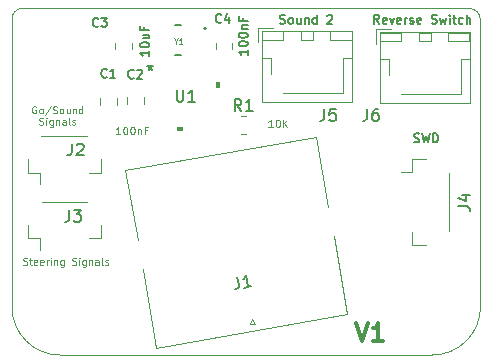
<source format=gbr>
G04 #@! TF.GenerationSoftware,KiCad,Pcbnew,(6.0.0)*
G04 #@! TF.CreationDate,2022-07-24T20:17:49-05:00*
G04 #@! TF.ProjectId,DriveByWireInputAltSTM32QFN28,44726976-6542-4795-9769-7265496e7075,rev?*
G04 #@! TF.SameCoordinates,Original*
G04 #@! TF.FileFunction,Legend,Top*
G04 #@! TF.FilePolarity,Positive*
%FSLAX46Y46*%
G04 Gerber Fmt 4.6, Leading zero omitted, Abs format (unit mm)*
G04 Created by KiCad (PCBNEW (6.0.0)) date 2022-07-24 20:17:49*
%MOMM*%
%LPD*%
G01*
G04 APERTURE LIST*
%ADD10C,0.130000*%
G04 #@! TA.AperFunction,Profile*
%ADD11C,0.050000*%
G04 #@! TD*
%ADD12C,0.100000*%
%ADD13C,0.300000*%
%ADD14C,0.127000*%
%ADD15C,0.114300*%
%ADD16C,0.150000*%
%ADD17C,0.120132*%
%ADD18C,0.110000*%
%ADD19C,0.120000*%
%ADD20C,0.200000*%
G04 APERTURE END LIST*
D10*
X166642142Y-96703571D02*
X166749285Y-96739285D01*
X166927857Y-96739285D01*
X166999285Y-96703571D01*
X167035000Y-96667857D01*
X167070714Y-96596428D01*
X167070714Y-96525000D01*
X167035000Y-96453571D01*
X166999285Y-96417857D01*
X166927857Y-96382142D01*
X166785000Y-96346428D01*
X166713571Y-96310714D01*
X166677857Y-96275000D01*
X166642142Y-96203571D01*
X166642142Y-96132142D01*
X166677857Y-96060714D01*
X166713571Y-96025000D01*
X166785000Y-95989285D01*
X166963571Y-95989285D01*
X167070714Y-96025000D01*
X167320714Y-95989285D02*
X167499285Y-96739285D01*
X167642142Y-96203571D01*
X167785000Y-96739285D01*
X167963571Y-95989285D01*
X168249285Y-96739285D02*
X168249285Y-95989285D01*
X168427857Y-95989285D01*
X168535000Y-96025000D01*
X168606428Y-96096428D01*
X168642142Y-96167857D01*
X168677857Y-96310714D01*
X168677857Y-96417857D01*
X168642142Y-96560714D01*
X168606428Y-96632142D01*
X168535000Y-96703571D01*
X168427857Y-96739285D01*
X168249285Y-96739285D01*
D11*
X132588000Y-110680500D02*
G75*
G03*
X136652000Y-114744500I4064000J0D01*
G01*
X172239940Y-86360000D02*
X172250164Y-110667800D01*
X132588000Y-110680500D02*
X132588000Y-86296602D01*
X172239940Y-86360000D02*
G75*
G03*
X171279873Y-85389743I-965162J5095D01*
G01*
X168153080Y-114744500D02*
G75*
G03*
X172250164Y-110667800I22733J4074289D01*
G01*
X171279820Y-85389720D02*
X133489685Y-85389720D01*
X133489685Y-85389720D02*
G75*
G03*
X132588000Y-86296602I0J-901700D01*
G01*
X168153080Y-114744500D02*
X136652000Y-114744500D01*
D12*
X134630000Y-93717000D02*
X134572857Y-93688428D01*
X134487142Y-93688428D01*
X134401428Y-93717000D01*
X134344285Y-93774142D01*
X134315714Y-93831285D01*
X134287142Y-93945571D01*
X134287142Y-94031285D01*
X134315714Y-94145571D01*
X134344285Y-94202714D01*
X134401428Y-94259857D01*
X134487142Y-94288428D01*
X134544285Y-94288428D01*
X134630000Y-94259857D01*
X134658571Y-94231285D01*
X134658571Y-94031285D01*
X134544285Y-94031285D01*
X135001428Y-94288428D02*
X134944285Y-94259857D01*
X134915714Y-94231285D01*
X134887142Y-94174142D01*
X134887142Y-94002714D01*
X134915714Y-93945571D01*
X134944285Y-93917000D01*
X135001428Y-93888428D01*
X135087142Y-93888428D01*
X135144285Y-93917000D01*
X135172857Y-93945571D01*
X135201428Y-94002714D01*
X135201428Y-94174142D01*
X135172857Y-94231285D01*
X135144285Y-94259857D01*
X135087142Y-94288428D01*
X135001428Y-94288428D01*
X135887142Y-93659857D02*
X135372857Y-94431285D01*
X136058571Y-94259857D02*
X136144285Y-94288428D01*
X136287142Y-94288428D01*
X136344285Y-94259857D01*
X136372857Y-94231285D01*
X136401428Y-94174142D01*
X136401428Y-94117000D01*
X136372857Y-94059857D01*
X136344285Y-94031285D01*
X136287142Y-94002714D01*
X136172857Y-93974142D01*
X136115714Y-93945571D01*
X136087142Y-93917000D01*
X136058571Y-93859857D01*
X136058571Y-93802714D01*
X136087142Y-93745571D01*
X136115714Y-93717000D01*
X136172857Y-93688428D01*
X136315714Y-93688428D01*
X136401428Y-93717000D01*
X136744285Y-94288428D02*
X136687142Y-94259857D01*
X136658571Y-94231285D01*
X136630000Y-94174142D01*
X136630000Y-94002714D01*
X136658571Y-93945571D01*
X136687142Y-93917000D01*
X136744285Y-93888428D01*
X136830000Y-93888428D01*
X136887142Y-93917000D01*
X136915714Y-93945571D01*
X136944285Y-94002714D01*
X136944285Y-94174142D01*
X136915714Y-94231285D01*
X136887142Y-94259857D01*
X136830000Y-94288428D01*
X136744285Y-94288428D01*
X137458571Y-93888428D02*
X137458571Y-94288428D01*
X137201428Y-93888428D02*
X137201428Y-94202714D01*
X137230000Y-94259857D01*
X137287142Y-94288428D01*
X137372857Y-94288428D01*
X137430000Y-94259857D01*
X137458571Y-94231285D01*
X137744285Y-93888428D02*
X137744285Y-94288428D01*
X137744285Y-93945571D02*
X137772857Y-93917000D01*
X137830000Y-93888428D01*
X137915714Y-93888428D01*
X137972857Y-93917000D01*
X138001428Y-93974142D01*
X138001428Y-94288428D01*
X138544285Y-94288428D02*
X138544285Y-93688428D01*
X138544285Y-94259857D02*
X138487142Y-94288428D01*
X138372857Y-94288428D01*
X138315714Y-94259857D01*
X138287142Y-94231285D01*
X138258571Y-94174142D01*
X138258571Y-94002714D01*
X138287142Y-93945571D01*
X138315714Y-93917000D01*
X138372857Y-93888428D01*
X138487142Y-93888428D01*
X138544285Y-93917000D01*
X134901428Y-95225857D02*
X134987142Y-95254428D01*
X135130000Y-95254428D01*
X135187142Y-95225857D01*
X135215714Y-95197285D01*
X135244285Y-95140142D01*
X135244285Y-95083000D01*
X135215714Y-95025857D01*
X135187142Y-94997285D01*
X135130000Y-94968714D01*
X135015714Y-94940142D01*
X134958571Y-94911571D01*
X134930000Y-94883000D01*
X134901428Y-94825857D01*
X134901428Y-94768714D01*
X134930000Y-94711571D01*
X134958571Y-94683000D01*
X135015714Y-94654428D01*
X135158571Y-94654428D01*
X135244285Y-94683000D01*
X135501428Y-95254428D02*
X135501428Y-94854428D01*
X135501428Y-94654428D02*
X135472857Y-94683000D01*
X135501428Y-94711571D01*
X135530000Y-94683000D01*
X135501428Y-94654428D01*
X135501428Y-94711571D01*
X136044285Y-94854428D02*
X136044285Y-95340142D01*
X136015714Y-95397285D01*
X135987142Y-95425857D01*
X135930000Y-95454428D01*
X135844285Y-95454428D01*
X135787142Y-95425857D01*
X136044285Y-95225857D02*
X135987142Y-95254428D01*
X135872857Y-95254428D01*
X135815714Y-95225857D01*
X135787142Y-95197285D01*
X135758571Y-95140142D01*
X135758571Y-94968714D01*
X135787142Y-94911571D01*
X135815714Y-94883000D01*
X135872857Y-94854428D01*
X135987142Y-94854428D01*
X136044285Y-94883000D01*
X136330000Y-94854428D02*
X136330000Y-95254428D01*
X136330000Y-94911571D02*
X136358571Y-94883000D01*
X136415714Y-94854428D01*
X136501428Y-94854428D01*
X136558571Y-94883000D01*
X136587142Y-94940142D01*
X136587142Y-95254428D01*
X137130000Y-95254428D02*
X137130000Y-94940142D01*
X137101428Y-94883000D01*
X137044285Y-94854428D01*
X136930000Y-94854428D01*
X136872857Y-94883000D01*
X137130000Y-95225857D02*
X137072857Y-95254428D01*
X136930000Y-95254428D01*
X136872857Y-95225857D01*
X136844285Y-95168714D01*
X136844285Y-95111571D01*
X136872857Y-95054428D01*
X136930000Y-95025857D01*
X137072857Y-95025857D01*
X137130000Y-94997285D01*
X137501428Y-95254428D02*
X137444285Y-95225857D01*
X137415714Y-95168714D01*
X137415714Y-94654428D01*
X137701428Y-95225857D02*
X137758571Y-95254428D01*
X137872857Y-95254428D01*
X137930000Y-95225857D01*
X137958571Y-95168714D01*
X137958571Y-95140142D01*
X137930000Y-95083000D01*
X137872857Y-95054428D01*
X137787142Y-95054428D01*
X137730000Y-95025857D01*
X137701428Y-94968714D01*
X137701428Y-94940142D01*
X137730000Y-94883000D01*
X137787142Y-94854428D01*
X137872857Y-94854428D01*
X137930000Y-94883000D01*
D10*
X155275714Y-86653571D02*
X155382857Y-86689285D01*
X155561428Y-86689285D01*
X155632857Y-86653571D01*
X155668571Y-86617857D01*
X155704285Y-86546428D01*
X155704285Y-86475000D01*
X155668571Y-86403571D01*
X155632857Y-86367857D01*
X155561428Y-86332142D01*
X155418571Y-86296428D01*
X155347142Y-86260714D01*
X155311428Y-86225000D01*
X155275714Y-86153571D01*
X155275714Y-86082142D01*
X155311428Y-86010714D01*
X155347142Y-85975000D01*
X155418571Y-85939285D01*
X155597142Y-85939285D01*
X155704285Y-85975000D01*
X156132857Y-86689285D02*
X156061428Y-86653571D01*
X156025714Y-86617857D01*
X155990000Y-86546428D01*
X155990000Y-86332142D01*
X156025714Y-86260714D01*
X156061428Y-86225000D01*
X156132857Y-86189285D01*
X156240000Y-86189285D01*
X156311428Y-86225000D01*
X156347142Y-86260714D01*
X156382857Y-86332142D01*
X156382857Y-86546428D01*
X156347142Y-86617857D01*
X156311428Y-86653571D01*
X156240000Y-86689285D01*
X156132857Y-86689285D01*
X157025714Y-86189285D02*
X157025714Y-86689285D01*
X156704285Y-86189285D02*
X156704285Y-86582142D01*
X156740000Y-86653571D01*
X156811428Y-86689285D01*
X156918571Y-86689285D01*
X156990000Y-86653571D01*
X157025714Y-86617857D01*
X157382857Y-86189285D02*
X157382857Y-86689285D01*
X157382857Y-86260714D02*
X157418571Y-86225000D01*
X157490000Y-86189285D01*
X157597142Y-86189285D01*
X157668571Y-86225000D01*
X157704285Y-86296428D01*
X157704285Y-86689285D01*
X158382857Y-86689285D02*
X158382857Y-85939285D01*
X158382857Y-86653571D02*
X158311428Y-86689285D01*
X158168571Y-86689285D01*
X158097142Y-86653571D01*
X158061428Y-86617857D01*
X158025714Y-86546428D01*
X158025714Y-86332142D01*
X158061428Y-86260714D01*
X158097142Y-86225000D01*
X158168571Y-86189285D01*
X158311428Y-86189285D01*
X158382857Y-86225000D01*
X159275714Y-86010714D02*
X159311428Y-85975000D01*
X159382857Y-85939285D01*
X159561428Y-85939285D01*
X159632857Y-85975000D01*
X159668571Y-86010714D01*
X159704285Y-86082142D01*
X159704285Y-86153571D01*
X159668571Y-86260714D01*
X159240000Y-86689285D01*
X159704285Y-86689285D01*
D12*
X133540000Y-107082857D02*
X133625714Y-107111428D01*
X133768571Y-107111428D01*
X133825714Y-107082857D01*
X133854285Y-107054285D01*
X133882857Y-106997142D01*
X133882857Y-106940000D01*
X133854285Y-106882857D01*
X133825714Y-106854285D01*
X133768571Y-106825714D01*
X133654285Y-106797142D01*
X133597142Y-106768571D01*
X133568571Y-106740000D01*
X133540000Y-106682857D01*
X133540000Y-106625714D01*
X133568571Y-106568571D01*
X133597142Y-106540000D01*
X133654285Y-106511428D01*
X133797142Y-106511428D01*
X133882857Y-106540000D01*
X134054285Y-106711428D02*
X134282857Y-106711428D01*
X134140000Y-106511428D02*
X134140000Y-107025714D01*
X134168571Y-107082857D01*
X134225714Y-107111428D01*
X134282857Y-107111428D01*
X134711428Y-107082857D02*
X134654285Y-107111428D01*
X134540000Y-107111428D01*
X134482857Y-107082857D01*
X134454285Y-107025714D01*
X134454285Y-106797142D01*
X134482857Y-106740000D01*
X134540000Y-106711428D01*
X134654285Y-106711428D01*
X134711428Y-106740000D01*
X134740000Y-106797142D01*
X134740000Y-106854285D01*
X134454285Y-106911428D01*
X135225714Y-107082857D02*
X135168571Y-107111428D01*
X135054285Y-107111428D01*
X134997142Y-107082857D01*
X134968571Y-107025714D01*
X134968571Y-106797142D01*
X134997142Y-106740000D01*
X135054285Y-106711428D01*
X135168571Y-106711428D01*
X135225714Y-106740000D01*
X135254285Y-106797142D01*
X135254285Y-106854285D01*
X134968571Y-106911428D01*
X135511428Y-107111428D02*
X135511428Y-106711428D01*
X135511428Y-106825714D02*
X135540000Y-106768571D01*
X135568571Y-106740000D01*
X135625714Y-106711428D01*
X135682857Y-106711428D01*
X135882857Y-107111428D02*
X135882857Y-106711428D01*
X135882857Y-106511428D02*
X135854285Y-106540000D01*
X135882857Y-106568571D01*
X135911428Y-106540000D01*
X135882857Y-106511428D01*
X135882857Y-106568571D01*
X136168571Y-106711428D02*
X136168571Y-107111428D01*
X136168571Y-106768571D02*
X136197142Y-106740000D01*
X136254285Y-106711428D01*
X136340000Y-106711428D01*
X136397142Y-106740000D01*
X136425714Y-106797142D01*
X136425714Y-107111428D01*
X136968571Y-106711428D02*
X136968571Y-107197142D01*
X136940000Y-107254285D01*
X136911428Y-107282857D01*
X136854285Y-107311428D01*
X136768571Y-107311428D01*
X136711428Y-107282857D01*
X136968571Y-107082857D02*
X136911428Y-107111428D01*
X136797142Y-107111428D01*
X136740000Y-107082857D01*
X136711428Y-107054285D01*
X136682857Y-106997142D01*
X136682857Y-106825714D01*
X136711428Y-106768571D01*
X136740000Y-106740000D01*
X136797142Y-106711428D01*
X136911428Y-106711428D01*
X136968571Y-106740000D01*
X137682857Y-107082857D02*
X137768571Y-107111428D01*
X137911428Y-107111428D01*
X137968571Y-107082857D01*
X137997142Y-107054285D01*
X138025714Y-106997142D01*
X138025714Y-106940000D01*
X137997142Y-106882857D01*
X137968571Y-106854285D01*
X137911428Y-106825714D01*
X137797142Y-106797142D01*
X137740000Y-106768571D01*
X137711428Y-106740000D01*
X137682857Y-106682857D01*
X137682857Y-106625714D01*
X137711428Y-106568571D01*
X137740000Y-106540000D01*
X137797142Y-106511428D01*
X137940000Y-106511428D01*
X138025714Y-106540000D01*
X138282857Y-107111428D02*
X138282857Y-106711428D01*
X138282857Y-106511428D02*
X138254285Y-106540000D01*
X138282857Y-106568571D01*
X138311428Y-106540000D01*
X138282857Y-106511428D01*
X138282857Y-106568571D01*
X138825714Y-106711428D02*
X138825714Y-107197142D01*
X138797142Y-107254285D01*
X138768571Y-107282857D01*
X138711428Y-107311428D01*
X138625714Y-107311428D01*
X138568571Y-107282857D01*
X138825714Y-107082857D02*
X138768571Y-107111428D01*
X138654285Y-107111428D01*
X138597142Y-107082857D01*
X138568571Y-107054285D01*
X138540000Y-106997142D01*
X138540000Y-106825714D01*
X138568571Y-106768571D01*
X138597142Y-106740000D01*
X138654285Y-106711428D01*
X138768571Y-106711428D01*
X138825714Y-106740000D01*
X139111428Y-106711428D02*
X139111428Y-107111428D01*
X139111428Y-106768571D02*
X139140000Y-106740000D01*
X139197142Y-106711428D01*
X139282857Y-106711428D01*
X139340000Y-106740000D01*
X139368571Y-106797142D01*
X139368571Y-107111428D01*
X139911428Y-107111428D02*
X139911428Y-106797142D01*
X139882857Y-106740000D01*
X139825714Y-106711428D01*
X139711428Y-106711428D01*
X139654285Y-106740000D01*
X139911428Y-107082857D02*
X139854285Y-107111428D01*
X139711428Y-107111428D01*
X139654285Y-107082857D01*
X139625714Y-107025714D01*
X139625714Y-106968571D01*
X139654285Y-106911428D01*
X139711428Y-106882857D01*
X139854285Y-106882857D01*
X139911428Y-106854285D01*
X140282857Y-107111428D02*
X140225714Y-107082857D01*
X140197142Y-107025714D01*
X140197142Y-106511428D01*
X140482857Y-107082857D02*
X140540000Y-107111428D01*
X140654285Y-107111428D01*
X140711428Y-107082857D01*
X140740000Y-107025714D01*
X140740000Y-106997142D01*
X140711428Y-106940000D01*
X140654285Y-106911428D01*
X140568571Y-106911428D01*
X140511428Y-106882857D01*
X140482857Y-106825714D01*
X140482857Y-106797142D01*
X140511428Y-106740000D01*
X140568571Y-106711428D01*
X140654285Y-106711428D01*
X140711428Y-106740000D01*
D13*
X161745714Y-112068571D02*
X162245714Y-113568571D01*
X162745714Y-112068571D01*
X164031428Y-113568571D02*
X163174285Y-113568571D01*
X163602857Y-113568571D02*
X163602857Y-112068571D01*
X163460000Y-112282857D01*
X163317142Y-112425714D01*
X163174285Y-112497142D01*
D10*
X163677142Y-86679285D02*
X163427142Y-86322142D01*
X163248571Y-86679285D02*
X163248571Y-85929285D01*
X163534285Y-85929285D01*
X163605714Y-85965000D01*
X163641428Y-86000714D01*
X163677142Y-86072142D01*
X163677142Y-86179285D01*
X163641428Y-86250714D01*
X163605714Y-86286428D01*
X163534285Y-86322142D01*
X163248571Y-86322142D01*
X164284285Y-86643571D02*
X164212857Y-86679285D01*
X164070000Y-86679285D01*
X163998571Y-86643571D01*
X163962857Y-86572142D01*
X163962857Y-86286428D01*
X163998571Y-86215000D01*
X164070000Y-86179285D01*
X164212857Y-86179285D01*
X164284285Y-86215000D01*
X164320000Y-86286428D01*
X164320000Y-86357857D01*
X163962857Y-86429285D01*
X164570000Y-86179285D02*
X164748571Y-86679285D01*
X164927142Y-86179285D01*
X165498571Y-86643571D02*
X165427142Y-86679285D01*
X165284285Y-86679285D01*
X165212857Y-86643571D01*
X165177142Y-86572142D01*
X165177142Y-86286428D01*
X165212857Y-86215000D01*
X165284285Y-86179285D01*
X165427142Y-86179285D01*
X165498571Y-86215000D01*
X165534285Y-86286428D01*
X165534285Y-86357857D01*
X165177142Y-86429285D01*
X165855714Y-86679285D02*
X165855714Y-86179285D01*
X165855714Y-86322142D02*
X165891428Y-86250714D01*
X165927142Y-86215000D01*
X165998571Y-86179285D01*
X166070000Y-86179285D01*
X166284285Y-86643571D02*
X166355714Y-86679285D01*
X166498571Y-86679285D01*
X166570000Y-86643571D01*
X166605714Y-86572142D01*
X166605714Y-86536428D01*
X166570000Y-86465000D01*
X166498571Y-86429285D01*
X166391428Y-86429285D01*
X166320000Y-86393571D01*
X166284285Y-86322142D01*
X166284285Y-86286428D01*
X166320000Y-86215000D01*
X166391428Y-86179285D01*
X166498571Y-86179285D01*
X166570000Y-86215000D01*
X167212857Y-86643571D02*
X167141428Y-86679285D01*
X166998571Y-86679285D01*
X166927142Y-86643571D01*
X166891428Y-86572142D01*
X166891428Y-86286428D01*
X166927142Y-86215000D01*
X166998571Y-86179285D01*
X167141428Y-86179285D01*
X167212857Y-86215000D01*
X167248571Y-86286428D01*
X167248571Y-86357857D01*
X166891428Y-86429285D01*
X168105714Y-86643571D02*
X168212857Y-86679285D01*
X168391428Y-86679285D01*
X168462857Y-86643571D01*
X168498571Y-86607857D01*
X168534285Y-86536428D01*
X168534285Y-86465000D01*
X168498571Y-86393571D01*
X168462857Y-86357857D01*
X168391428Y-86322142D01*
X168248571Y-86286428D01*
X168177142Y-86250714D01*
X168141428Y-86215000D01*
X168105714Y-86143571D01*
X168105714Y-86072142D01*
X168141428Y-86000714D01*
X168177142Y-85965000D01*
X168248571Y-85929285D01*
X168427142Y-85929285D01*
X168534285Y-85965000D01*
X168784285Y-86179285D02*
X168927142Y-86679285D01*
X169070000Y-86322142D01*
X169212857Y-86679285D01*
X169355714Y-86179285D01*
X169641428Y-86679285D02*
X169641428Y-86179285D01*
X169641428Y-85929285D02*
X169605714Y-85965000D01*
X169641428Y-86000714D01*
X169677142Y-85965000D01*
X169641428Y-85929285D01*
X169641428Y-86000714D01*
X169891428Y-86179285D02*
X170177142Y-86179285D01*
X169998571Y-85929285D02*
X169998571Y-86572142D01*
X170034285Y-86643571D01*
X170105714Y-86679285D01*
X170177142Y-86679285D01*
X170748571Y-86643571D02*
X170677142Y-86679285D01*
X170534285Y-86679285D01*
X170462857Y-86643571D01*
X170427142Y-86607857D01*
X170391428Y-86536428D01*
X170391428Y-86322142D01*
X170427142Y-86250714D01*
X170462857Y-86215000D01*
X170534285Y-86179285D01*
X170677142Y-86179285D01*
X170748571Y-86215000D01*
X171070000Y-86679285D02*
X171070000Y-85929285D01*
X171391428Y-86679285D02*
X171391428Y-86286428D01*
X171355714Y-86215000D01*
X171284285Y-86179285D01*
X171177142Y-86179285D01*
X171105714Y-86215000D01*
X171070000Y-86250714D01*
D14*
X140603000Y-91192142D02*
X140566714Y-91228428D01*
X140457857Y-91264714D01*
X140385285Y-91264714D01*
X140276428Y-91228428D01*
X140203857Y-91155857D01*
X140167571Y-91083285D01*
X140131285Y-90938142D01*
X140131285Y-90829285D01*
X140167571Y-90684142D01*
X140203857Y-90611571D01*
X140276428Y-90539000D01*
X140385285Y-90502714D01*
X140457857Y-90502714D01*
X140566714Y-90539000D01*
X140603000Y-90575285D01*
X141328714Y-91264714D02*
X140893285Y-91264714D01*
X141111000Y-91264714D02*
X141111000Y-90502714D01*
X141038428Y-90611571D01*
X140965857Y-90684142D01*
X140893285Y-90720428D01*
D15*
X141757261Y-96057261D02*
X141394404Y-96057261D01*
X141575833Y-96057261D02*
X141575833Y-95422261D01*
X141515357Y-95512976D01*
X141454880Y-95573452D01*
X141394404Y-95603690D01*
X142150357Y-95422261D02*
X142210833Y-95422261D01*
X142271309Y-95452500D01*
X142301547Y-95482738D01*
X142331785Y-95543214D01*
X142362023Y-95664166D01*
X142362023Y-95815357D01*
X142331785Y-95936309D01*
X142301547Y-95996785D01*
X142271309Y-96027023D01*
X142210833Y-96057261D01*
X142150357Y-96057261D01*
X142089880Y-96027023D01*
X142059642Y-95996785D01*
X142029404Y-95936309D01*
X141999166Y-95815357D01*
X141999166Y-95664166D01*
X142029404Y-95543214D01*
X142059642Y-95482738D01*
X142089880Y-95452500D01*
X142150357Y-95422261D01*
X142755119Y-95422261D02*
X142815595Y-95422261D01*
X142876071Y-95452500D01*
X142906309Y-95482738D01*
X142936547Y-95543214D01*
X142966785Y-95664166D01*
X142966785Y-95815357D01*
X142936547Y-95936309D01*
X142906309Y-95996785D01*
X142876071Y-96027023D01*
X142815595Y-96057261D01*
X142755119Y-96057261D01*
X142694642Y-96027023D01*
X142664404Y-95996785D01*
X142634166Y-95936309D01*
X142603928Y-95815357D01*
X142603928Y-95664166D01*
X142634166Y-95543214D01*
X142664404Y-95482738D01*
X142694642Y-95452500D01*
X142755119Y-95422261D01*
X143238928Y-95633928D02*
X143238928Y-96057261D01*
X143238928Y-95694404D02*
X143269166Y-95664166D01*
X143329642Y-95633928D01*
X143420357Y-95633928D01*
X143480833Y-95664166D01*
X143511071Y-95724642D01*
X143511071Y-96057261D01*
X144025119Y-95724642D02*
X143813452Y-95724642D01*
X143813452Y-96057261D02*
X143813452Y-95422261D01*
X144115833Y-95422261D01*
D14*
X142876040Y-91272062D02*
X142839754Y-91308348D01*
X142730897Y-91344634D01*
X142658325Y-91344634D01*
X142549468Y-91308348D01*
X142476897Y-91235777D01*
X142440611Y-91163205D01*
X142404325Y-91018062D01*
X142404325Y-90909205D01*
X142440611Y-90764062D01*
X142476897Y-90691491D01*
X142549468Y-90618920D01*
X142658325Y-90582634D01*
X142730897Y-90582634D01*
X142839754Y-90618920D01*
X142876040Y-90655205D01*
X143166325Y-90655205D02*
X143202611Y-90618920D01*
X143275182Y-90582634D01*
X143456611Y-90582634D01*
X143529182Y-90618920D01*
X143565468Y-90655205D01*
X143601754Y-90727777D01*
X143601754Y-90800348D01*
X143565468Y-90909205D01*
X143130040Y-91344634D01*
X143601754Y-91344634D01*
X139893000Y-86872142D02*
X139856714Y-86908428D01*
X139747857Y-86944714D01*
X139675285Y-86944714D01*
X139566428Y-86908428D01*
X139493857Y-86835857D01*
X139457571Y-86763285D01*
X139421285Y-86618142D01*
X139421285Y-86509285D01*
X139457571Y-86364142D01*
X139493857Y-86291571D01*
X139566428Y-86219000D01*
X139675285Y-86182714D01*
X139747857Y-86182714D01*
X139856714Y-86219000D01*
X139893000Y-86255285D01*
X140147000Y-86182714D02*
X140618714Y-86182714D01*
X140364714Y-86473000D01*
X140473571Y-86473000D01*
X140546142Y-86509285D01*
X140582428Y-86545571D01*
X140618714Y-86618142D01*
X140618714Y-86799571D01*
X140582428Y-86872142D01*
X140546142Y-86908428D01*
X140473571Y-86944714D01*
X140255857Y-86944714D01*
X140183285Y-86908428D01*
X140147000Y-86872142D01*
X144184714Y-88996428D02*
X144184714Y-89431857D01*
X144184714Y-89214142D02*
X143422714Y-89214142D01*
X143531571Y-89286714D01*
X143604142Y-89359285D01*
X143640428Y-89431857D01*
X143422714Y-88524714D02*
X143422714Y-88452142D01*
X143459000Y-88379571D01*
X143495285Y-88343285D01*
X143567857Y-88307000D01*
X143713000Y-88270714D01*
X143894428Y-88270714D01*
X144039571Y-88307000D01*
X144112142Y-88343285D01*
X144148428Y-88379571D01*
X144184714Y-88452142D01*
X144184714Y-88524714D01*
X144148428Y-88597285D01*
X144112142Y-88633571D01*
X144039571Y-88669857D01*
X143894428Y-88706142D01*
X143713000Y-88706142D01*
X143567857Y-88669857D01*
X143495285Y-88633571D01*
X143459000Y-88597285D01*
X143422714Y-88524714D01*
X143676714Y-87617571D02*
X144184714Y-87617571D01*
X143676714Y-87944142D02*
X144075857Y-87944142D01*
X144148428Y-87907857D01*
X144184714Y-87835285D01*
X144184714Y-87726428D01*
X144148428Y-87653857D01*
X144112142Y-87617571D01*
X143785571Y-87000714D02*
X143785571Y-87254714D01*
X144184714Y-87254714D02*
X143422714Y-87254714D01*
X143422714Y-86891857D01*
D16*
X137646946Y-96842120D02*
X137646946Y-97556406D01*
X137599327Y-97699263D01*
X137504089Y-97794501D01*
X137361232Y-97842120D01*
X137265994Y-97842120D01*
X138075518Y-96937359D02*
X138123137Y-96889740D01*
X138218375Y-96842120D01*
X138456470Y-96842120D01*
X138551708Y-96889740D01*
X138599327Y-96937359D01*
X138646946Y-97032597D01*
X138646946Y-97127835D01*
X138599327Y-97270692D01*
X138027899Y-97842120D01*
X138646946Y-97842120D01*
X137433586Y-102442820D02*
X137433586Y-103157106D01*
X137385967Y-103299963D01*
X137290729Y-103395201D01*
X137147872Y-103442820D01*
X137052634Y-103442820D01*
X137814539Y-102442820D02*
X138433586Y-102442820D01*
X138100253Y-102823773D01*
X138243110Y-102823773D01*
X138338348Y-102871392D01*
X138385967Y-102919011D01*
X138433586Y-103014249D01*
X138433586Y-103252344D01*
X138385967Y-103347582D01*
X138338348Y-103395201D01*
X138243110Y-103442820D01*
X137957396Y-103442820D01*
X137862158Y-103395201D01*
X137814539Y-103347582D01*
X151673786Y-108132046D02*
X151797821Y-108835480D01*
X151775732Y-108984436D01*
X151698479Y-109094765D01*
X151566061Y-109166467D01*
X151472270Y-109183005D01*
X152832242Y-108943205D02*
X152269495Y-109042433D01*
X152550868Y-108992819D02*
X152377220Y-108008011D01*
X152308236Y-108165236D01*
X152230983Y-108275565D01*
X152145460Y-108338999D01*
X150303000Y-86550202D02*
X150266714Y-86586488D01*
X150157857Y-86622774D01*
X150085285Y-86622774D01*
X149976428Y-86586488D01*
X149903857Y-86513917D01*
X149867571Y-86441345D01*
X149831285Y-86296202D01*
X149831285Y-86187345D01*
X149867571Y-86042202D01*
X149903857Y-85969631D01*
X149976428Y-85897060D01*
X150085285Y-85860774D01*
X150157857Y-85860774D01*
X150266714Y-85897060D01*
X150303000Y-85933345D01*
X150956142Y-86114774D02*
X150956142Y-86622774D01*
X150774714Y-85824488D02*
X150593285Y-86368774D01*
X151065000Y-86368774D01*
X152532394Y-88894985D02*
X152532394Y-89330414D01*
X152532394Y-89112700D02*
X151770394Y-89112700D01*
X151879251Y-89185271D01*
X151951822Y-89257842D01*
X151988108Y-89330414D01*
X151770394Y-88423271D02*
X151770394Y-88350700D01*
X151806680Y-88278128D01*
X151842965Y-88241842D01*
X151915537Y-88205557D01*
X152060680Y-88169271D01*
X152242108Y-88169271D01*
X152387251Y-88205557D01*
X152459822Y-88241842D01*
X152496108Y-88278128D01*
X152532394Y-88350700D01*
X152532394Y-88423271D01*
X152496108Y-88495842D01*
X152459822Y-88532128D01*
X152387251Y-88568414D01*
X152242108Y-88604700D01*
X152060680Y-88604700D01*
X151915537Y-88568414D01*
X151842965Y-88532128D01*
X151806680Y-88495842D01*
X151770394Y-88423271D01*
X151770394Y-87697557D02*
X151770394Y-87624985D01*
X151806680Y-87552414D01*
X151842965Y-87516128D01*
X151915537Y-87479842D01*
X152060680Y-87443557D01*
X152242108Y-87443557D01*
X152387251Y-87479842D01*
X152459822Y-87516128D01*
X152496108Y-87552414D01*
X152532394Y-87624985D01*
X152532394Y-87697557D01*
X152496108Y-87770128D01*
X152459822Y-87806414D01*
X152387251Y-87842700D01*
X152242108Y-87878985D01*
X152060680Y-87878985D01*
X151915537Y-87842700D01*
X151842965Y-87806414D01*
X151806680Y-87770128D01*
X151770394Y-87697557D01*
X152024394Y-87116985D02*
X152532394Y-87116985D01*
X152096965Y-87116985D02*
X152060680Y-87080700D01*
X152024394Y-87008128D01*
X152024394Y-86899271D01*
X152060680Y-86826700D01*
X152133251Y-86790414D01*
X152532394Y-86790414D01*
X152133251Y-86173557D02*
X152133251Y-86427557D01*
X152532394Y-86427557D02*
X151770394Y-86427557D01*
X151770394Y-86064700D01*
D17*
X146447057Y-88169078D02*
X146447057Y-88397901D01*
X146286881Y-87917374D02*
X146447057Y-88169078D01*
X146607233Y-87917374D01*
X147019113Y-88397901D02*
X146744526Y-88397901D01*
X146881820Y-88397901D02*
X146881820Y-87917374D01*
X146836055Y-87986020D01*
X146790291Y-88031785D01*
X146744526Y-88054667D01*
D16*
X146513415Y-92283640D02*
X146513415Y-93093164D01*
X146561034Y-93188402D01*
X146608653Y-93236021D01*
X146703891Y-93283640D01*
X146894367Y-93283640D01*
X146989605Y-93236021D01*
X147037224Y-93188402D01*
X147084843Y-93093164D01*
X147084843Y-92283640D01*
X148084843Y-93283640D02*
X147513415Y-93283640D01*
X147799129Y-93283640D02*
X147799129Y-92283640D01*
X147703891Y-92426498D01*
X147608653Y-92521736D01*
X147513415Y-92569355D01*
X144295646Y-90151310D02*
X144295646Y-90389406D01*
X144057550Y-90294168D02*
X144295646Y-90389406D01*
X144533741Y-90294168D01*
X144152788Y-90579882D02*
X144295646Y-90389406D01*
X144438503Y-90579882D01*
X144295646Y-90151310D02*
X144295646Y-90389406D01*
X144057550Y-90294168D02*
X144295646Y-90389406D01*
X144533741Y-90294168D01*
X144152788Y-90579882D02*
X144295646Y-90389406D01*
X144438503Y-90579882D01*
X162656666Y-93912380D02*
X162656666Y-94626666D01*
X162609047Y-94769523D01*
X162513809Y-94864761D01*
X162370952Y-94912380D01*
X162275714Y-94912380D01*
X163561428Y-93912380D02*
X163370952Y-93912380D01*
X163275714Y-93960000D01*
X163228095Y-94007619D01*
X163132857Y-94150476D01*
X163085238Y-94340952D01*
X163085238Y-94721904D01*
X163132857Y-94817142D01*
X163180476Y-94864761D01*
X163275714Y-94912380D01*
X163466190Y-94912380D01*
X163561428Y-94864761D01*
X163609047Y-94817142D01*
X163656666Y-94721904D01*
X163656666Y-94483809D01*
X163609047Y-94388571D01*
X163561428Y-94340952D01*
X163466190Y-94293333D01*
X163275714Y-94293333D01*
X163180476Y-94340952D01*
X163132857Y-94388571D01*
X163085238Y-94483809D01*
X152003333Y-94072380D02*
X151670000Y-93596190D01*
X151431904Y-94072380D02*
X151431904Y-93072380D01*
X151812857Y-93072380D01*
X151908095Y-93120000D01*
X151955714Y-93167619D01*
X152003333Y-93262857D01*
X152003333Y-93405714D01*
X151955714Y-93500952D01*
X151908095Y-93548571D01*
X151812857Y-93596190D01*
X151431904Y-93596190D01*
X152955714Y-94072380D02*
X152384285Y-94072380D01*
X152670000Y-94072380D02*
X152670000Y-93072380D01*
X152574761Y-93215238D01*
X152479523Y-93310476D01*
X152384285Y-93358095D01*
D18*
X154661547Y-95447261D02*
X154298690Y-95447261D01*
X154480119Y-95447261D02*
X154480119Y-94812261D01*
X154419642Y-94902976D01*
X154359166Y-94963452D01*
X154298690Y-94993690D01*
X155054642Y-94812261D02*
X155115119Y-94812261D01*
X155175595Y-94842500D01*
X155205833Y-94872738D01*
X155236071Y-94933214D01*
X155266309Y-95054166D01*
X155266309Y-95205357D01*
X155236071Y-95326309D01*
X155205833Y-95386785D01*
X155175595Y-95417023D01*
X155115119Y-95447261D01*
X155054642Y-95447261D01*
X154994166Y-95417023D01*
X154963928Y-95386785D01*
X154933690Y-95326309D01*
X154903452Y-95205357D01*
X154903452Y-95054166D01*
X154933690Y-94933214D01*
X154963928Y-94872738D01*
X154994166Y-94842500D01*
X155054642Y-94812261D01*
X155538452Y-95447261D02*
X155538452Y-94812261D01*
X155901309Y-95447261D02*
X155629166Y-95084404D01*
X155901309Y-94812261D02*
X155538452Y-95175119D01*
D16*
X170352380Y-102133333D02*
X171066666Y-102133333D01*
X171209523Y-102180952D01*
X171304761Y-102276190D01*
X171352380Y-102419047D01*
X171352380Y-102514285D01*
X170685714Y-101228571D02*
X171352380Y-101228571D01*
X170304761Y-101466666D02*
X171019047Y-101704761D01*
X171019047Y-101085714D01*
X159026666Y-93912380D02*
X159026666Y-94626666D01*
X158979047Y-94769523D01*
X158883809Y-94864761D01*
X158740952Y-94912380D01*
X158645714Y-94912380D01*
X159979047Y-93912380D02*
X159502857Y-93912380D01*
X159455238Y-94388571D01*
X159502857Y-94340952D01*
X159598095Y-94293333D01*
X159836190Y-94293333D01*
X159931428Y-94340952D01*
X159979047Y-94388571D01*
X160026666Y-94483809D01*
X160026666Y-94721904D01*
X159979047Y-94817142D01*
X159931428Y-94864761D01*
X159836190Y-94912380D01*
X159598095Y-94912380D01*
X159502857Y-94864761D01*
X159455238Y-94817142D01*
D19*
X141464740Y-93011968D02*
X141464740Y-93534472D01*
X139994740Y-93011968D02*
X139994740Y-93534472D01*
X142288360Y-92933228D02*
X142288360Y-93455732D01*
X143758360Y-92933228D02*
X143758360Y-93455732D01*
X141313000Y-88850712D02*
X141313000Y-88328208D01*
X142783000Y-88850712D02*
X142783000Y-88328208D01*
X133900000Y-98160000D02*
X133900000Y-99310000D01*
X140120000Y-99310000D02*
X139070000Y-99310000D01*
X135070000Y-96190000D02*
X138950000Y-96190000D01*
X134950000Y-99310000D02*
X134950000Y-100300000D01*
X133900000Y-99310000D02*
X134950000Y-99310000D01*
X140120000Y-98160000D02*
X140120000Y-99310000D01*
X133925400Y-104872600D02*
X134975400Y-104872600D01*
X135095400Y-101752600D02*
X138975400Y-101752600D01*
X134975400Y-104872600D02*
X134975400Y-105862600D01*
X140145400Y-103722600D02*
X140145400Y-104872600D01*
X140145400Y-104872600D02*
X139095400Y-104872600D01*
X133925400Y-103722600D02*
X133925400Y-104872600D01*
X143647451Y-107485501D02*
X144814425Y-114114569D01*
X142168027Y-99106098D02*
X143212031Y-105026940D01*
X158328722Y-96256532D02*
X159372726Y-102177373D01*
X142168027Y-99106098D02*
X158328722Y-96256532D01*
X152892738Y-111692000D02*
X152757601Y-112154289D01*
X159808146Y-104635934D02*
X160975121Y-111265002D01*
X152757601Y-112154289D02*
X153190345Y-112077985D01*
X153190345Y-112077985D02*
X152892738Y-111692000D01*
X144814425Y-114114569D02*
X160975121Y-111265002D01*
X149816520Y-88305482D02*
X149816520Y-88822638D01*
X151236520Y-88305482D02*
X151236520Y-88822638D01*
D14*
X146915720Y-89341620D02*
X146415720Y-89341620D01*
X146915720Y-86841620D02*
X146415720Y-86841620D01*
D20*
X149040720Y-87097620D02*
G75*
G03*
X149040720Y-87097620I-100000J0D01*
G01*
D12*
X146584440Y-95429934D02*
X146584440Y-95683934D01*
X146584440Y-95683934D02*
X146965440Y-95683934D01*
X146965440Y-95683934D02*
X146965440Y-95429934D01*
X146965440Y-95429934D02*
X146584440Y-95429934D01*
G36*
X146965440Y-95683934D02*
G01*
X146584440Y-95683934D01*
X146584440Y-95429934D01*
X146965440Y-95429934D01*
X146965440Y-95683934D01*
G37*
X146965440Y-95683934D02*
X146584440Y-95683934D01*
X146584440Y-95429934D01*
X146965440Y-95429934D01*
X146965440Y-95683934D01*
X150127994Y-91640000D02*
X150127994Y-92021000D01*
X150127994Y-92021000D02*
X149873994Y-92021000D01*
X149873994Y-92021000D02*
X149873994Y-91640000D01*
X149873994Y-91640000D02*
X150127994Y-91640000D01*
G36*
X150127994Y-92021000D02*
G01*
X149873994Y-92021000D01*
X149873994Y-91640000D01*
X150127994Y-91640000D01*
X150127994Y-92021000D01*
G37*
X150127994Y-92021000D02*
X149873994Y-92021000D01*
X149873994Y-91640000D01*
X150127994Y-91640000D01*
X150127994Y-92021000D01*
D19*
X171330000Y-93400000D02*
X171330000Y-87430000D01*
X170570000Y-89690000D02*
X170570000Y-92640000D01*
X171330000Y-87430000D02*
X163710000Y-87430000D01*
X163720000Y-88190000D02*
X165520000Y-88190000D01*
X167020000Y-88190000D02*
X168020000Y-88190000D01*
X163420000Y-87140000D02*
X163420000Y-88390000D01*
X170570000Y-92640000D02*
X167520000Y-92640000D01*
X171320000Y-88190000D02*
X171320000Y-87440000D01*
X171320000Y-89690000D02*
X170570000Y-89690000D01*
X167520000Y-92640000D02*
X165530000Y-92640000D01*
X165520000Y-87440000D02*
X163720000Y-87440000D01*
X167020000Y-87440000D02*
X167020000Y-88190000D01*
X163710000Y-93400000D02*
X171330000Y-93400000D01*
X163720000Y-87440000D02*
X163720000Y-88190000D01*
X164670000Y-87140000D02*
X163420000Y-87140000D01*
X169520000Y-87440000D02*
X169520000Y-88190000D01*
X168020000Y-88190000D02*
X168020000Y-87440000D01*
X163710000Y-87430000D02*
X163710000Y-93400000D01*
X164470000Y-89690000D02*
X164470000Y-91030000D01*
X169520000Y-88190000D02*
X171320000Y-88190000D01*
X168020000Y-87440000D02*
X167020000Y-87440000D01*
X171320000Y-87440000D02*
X169520000Y-87440000D01*
X163720000Y-89690000D02*
X164470000Y-89690000D01*
X165520000Y-88190000D02*
X165520000Y-87440000D01*
X151942936Y-96005000D02*
X152397064Y-96005000D01*
X151942936Y-94535000D02*
X152397064Y-94535000D01*
X169610000Y-99360000D02*
X169610000Y-104240000D01*
X167640000Y-105410000D02*
X166490000Y-105410000D01*
X166490000Y-98190000D02*
X166490000Y-99240000D01*
X166490000Y-99240000D02*
X165500000Y-99240000D01*
X166490000Y-105410000D02*
X166490000Y-104360000D01*
X167640000Y-98190000D02*
X166490000Y-98190000D01*
X155550000Y-87325000D02*
X153750000Y-87325000D01*
X153740000Y-93285000D02*
X161360000Y-93285000D01*
X160600000Y-89575000D02*
X160600000Y-92525000D01*
X154700000Y-87025000D02*
X153450000Y-87025000D01*
X153740000Y-87315000D02*
X153740000Y-93285000D01*
X154500000Y-89575000D02*
X154500000Y-90915000D01*
X158050000Y-87325000D02*
X157050000Y-87325000D01*
X153750000Y-89575000D02*
X154500000Y-89575000D01*
X157550000Y-92525000D02*
X155560000Y-92525000D01*
X161350000Y-88075000D02*
X161350000Y-87325000D01*
X159550000Y-87325000D02*
X159550000Y-88075000D01*
X158050000Y-88075000D02*
X158050000Y-87325000D01*
X153750000Y-88075000D02*
X155550000Y-88075000D01*
X153750000Y-87325000D02*
X153750000Y-88075000D01*
X161360000Y-87315000D02*
X153740000Y-87315000D01*
X153450000Y-87025000D02*
X153450000Y-88275000D01*
X160600000Y-92525000D02*
X157550000Y-92525000D01*
X161360000Y-93285000D02*
X161360000Y-87315000D01*
X161350000Y-89575000D02*
X160600000Y-89575000D01*
X161350000Y-87325000D02*
X159550000Y-87325000D01*
X159550000Y-88075000D02*
X161350000Y-88075000D01*
X157050000Y-87325000D02*
X157050000Y-88075000D01*
X155550000Y-88075000D02*
X155550000Y-87325000D01*
X157050000Y-88075000D02*
X158050000Y-88075000D01*
M02*

</source>
